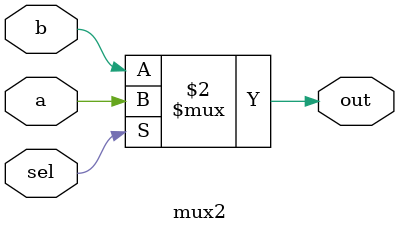
<source format=v>

module mux2(
    a,
    b,
    sel,
    out
);
    input a;
    input b;
    input sel;
    output out;
    //assign ÊÇ¸³Öµ¹Ø¼ü´Ê
    assign out = (sel == 1) ? a : b;
    
    
endmodule
</source>
